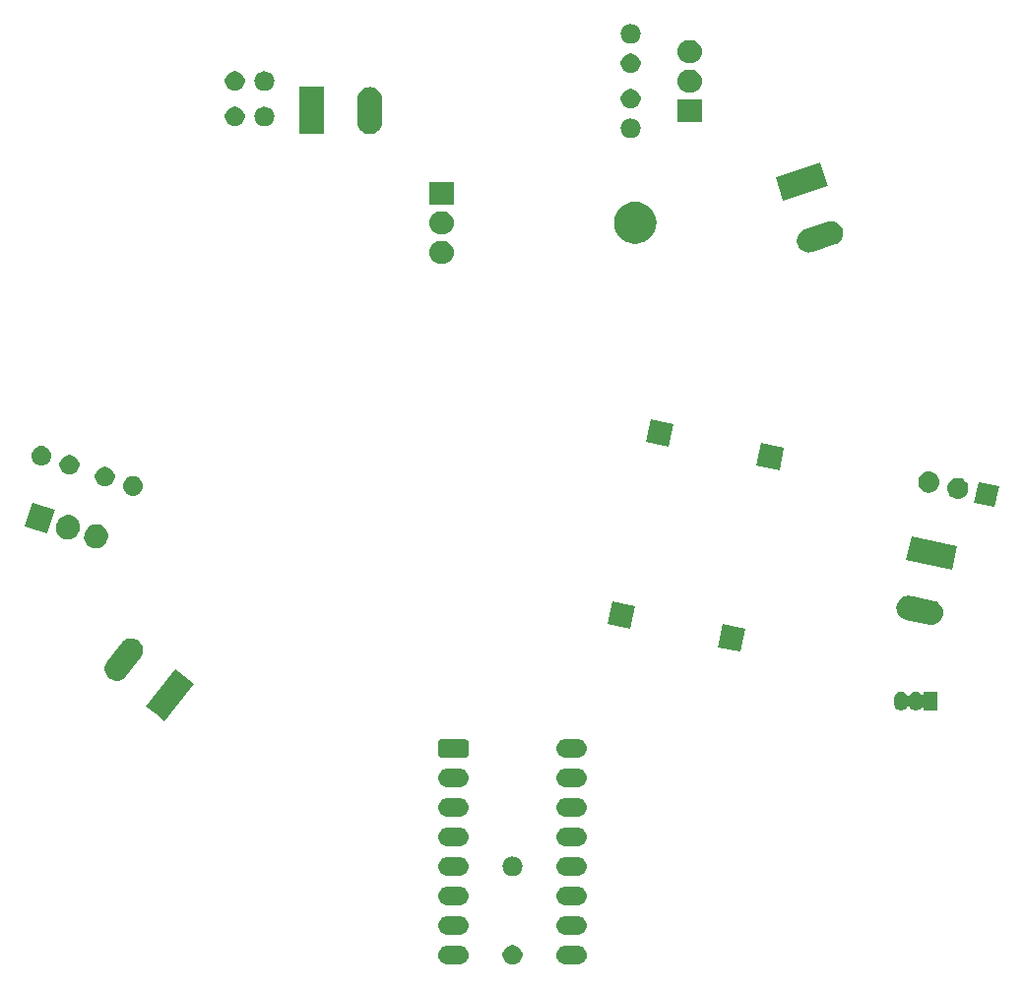
<source format=gbr>
G04 #@! TF.GenerationSoftware,KiCad,Pcbnew,5.1.4-e60b266~84~ubuntu18.04.1*
G04 #@! TF.CreationDate,2020-03-13T15:35:42+01:00*
G04 #@! TF.ProjectId,tree_lights,74726565-5f6c-4696-9768-74732e6b6963,rev?*
G04 #@! TF.SameCoordinates,Original*
G04 #@! TF.FileFunction,Soldermask,Bot*
G04 #@! TF.FilePolarity,Negative*
%FSLAX46Y46*%
G04 Gerber Fmt 4.6, Leading zero omitted, Abs format (unit mm)*
G04 Created by KiCad (PCBNEW 5.1.4-e60b266~84~ubuntu18.04.1) date 2020-03-13 15:35:42*
%MOMM*%
%LPD*%
G04 APERTURE LIST*
%ADD10C,0.100000*%
G04 APERTURE END LIST*
D10*
G36*
X112008228Y-140913703D02*
G01*
X112163100Y-140977853D01*
X112302481Y-141070985D01*
X112421015Y-141189519D01*
X112514147Y-141328900D01*
X112578297Y-141483772D01*
X112611000Y-141648184D01*
X112611000Y-141815816D01*
X112578297Y-141980228D01*
X112514147Y-142135100D01*
X112421015Y-142274481D01*
X112302481Y-142393015D01*
X112163100Y-142486147D01*
X112008228Y-142550297D01*
X111843816Y-142583000D01*
X111676184Y-142583000D01*
X111511772Y-142550297D01*
X111356900Y-142486147D01*
X111217519Y-142393015D01*
X111098985Y-142274481D01*
X111005853Y-142135100D01*
X110941703Y-141980228D01*
X110909000Y-141815816D01*
X110909000Y-141648184D01*
X110941703Y-141483772D01*
X111005853Y-141328900D01*
X111098985Y-141189519D01*
X111217519Y-141070985D01*
X111356900Y-140977853D01*
X111511772Y-140913703D01*
X111676184Y-140881000D01*
X111843816Y-140881000D01*
X112008228Y-140913703D01*
X112008228Y-140913703D01*
G37*
G36*
X117419747Y-140922921D02*
G01*
X117499376Y-140930764D01*
X117652627Y-140977252D01*
X117652630Y-140977253D01*
X117793863Y-141052744D01*
X117917659Y-141154341D01*
X118019256Y-141278137D01*
X118094747Y-141419370D01*
X118094748Y-141419373D01*
X118141236Y-141572624D01*
X118156933Y-141732000D01*
X118141236Y-141891376D01*
X118114283Y-141980228D01*
X118094747Y-142044630D01*
X118019256Y-142185863D01*
X117917659Y-142309659D01*
X117793863Y-142411256D01*
X117652630Y-142486747D01*
X117652627Y-142486748D01*
X117499376Y-142533236D01*
X117419747Y-142541079D01*
X117379934Y-142545000D01*
X116300066Y-142545000D01*
X116260253Y-142541079D01*
X116180624Y-142533236D01*
X116027373Y-142486748D01*
X116027370Y-142486747D01*
X115886137Y-142411256D01*
X115762341Y-142309659D01*
X115660744Y-142185863D01*
X115585253Y-142044630D01*
X115565717Y-141980228D01*
X115538764Y-141891376D01*
X115523067Y-141732000D01*
X115538764Y-141572624D01*
X115585252Y-141419373D01*
X115585253Y-141419370D01*
X115660744Y-141278137D01*
X115762341Y-141154341D01*
X115886137Y-141052744D01*
X116027370Y-140977253D01*
X116027373Y-140977252D01*
X116180624Y-140930764D01*
X116260253Y-140922921D01*
X116300066Y-140919000D01*
X117379934Y-140919000D01*
X117419747Y-140922921D01*
X117419747Y-140922921D01*
G37*
G36*
X107259747Y-140922921D02*
G01*
X107339376Y-140930764D01*
X107492627Y-140977252D01*
X107492630Y-140977253D01*
X107633863Y-141052744D01*
X107757659Y-141154341D01*
X107859256Y-141278137D01*
X107934747Y-141419370D01*
X107934748Y-141419373D01*
X107981236Y-141572624D01*
X107996933Y-141732000D01*
X107981236Y-141891376D01*
X107954283Y-141980228D01*
X107934747Y-142044630D01*
X107859256Y-142185863D01*
X107757659Y-142309659D01*
X107633863Y-142411256D01*
X107492630Y-142486747D01*
X107492627Y-142486748D01*
X107339376Y-142533236D01*
X107259747Y-142541079D01*
X107219934Y-142545000D01*
X106140066Y-142545000D01*
X106100253Y-142541079D01*
X106020624Y-142533236D01*
X105867373Y-142486748D01*
X105867370Y-142486747D01*
X105726137Y-142411256D01*
X105602341Y-142309659D01*
X105500744Y-142185863D01*
X105425253Y-142044630D01*
X105405717Y-141980228D01*
X105378764Y-141891376D01*
X105363067Y-141732000D01*
X105378764Y-141572624D01*
X105425252Y-141419373D01*
X105425253Y-141419370D01*
X105500744Y-141278137D01*
X105602341Y-141154341D01*
X105726137Y-141052744D01*
X105867370Y-140977253D01*
X105867373Y-140977252D01*
X106020624Y-140930764D01*
X106100253Y-140922921D01*
X106140066Y-140919000D01*
X107219934Y-140919000D01*
X107259747Y-140922921D01*
X107259747Y-140922921D01*
G37*
G36*
X117419747Y-138382921D02*
G01*
X117499376Y-138390764D01*
X117652627Y-138437252D01*
X117652630Y-138437253D01*
X117793863Y-138512744D01*
X117917659Y-138614341D01*
X118019256Y-138738137D01*
X118094747Y-138879370D01*
X118094748Y-138879373D01*
X118141236Y-139032624D01*
X118156933Y-139192000D01*
X118141236Y-139351376D01*
X118094748Y-139504627D01*
X118094747Y-139504630D01*
X118019256Y-139645863D01*
X117917659Y-139769659D01*
X117793863Y-139871256D01*
X117652630Y-139946747D01*
X117652627Y-139946748D01*
X117499376Y-139993236D01*
X117419747Y-140001079D01*
X117379934Y-140005000D01*
X116300066Y-140005000D01*
X116260253Y-140001079D01*
X116180624Y-139993236D01*
X116027373Y-139946748D01*
X116027370Y-139946747D01*
X115886137Y-139871256D01*
X115762341Y-139769659D01*
X115660744Y-139645863D01*
X115585253Y-139504630D01*
X115585252Y-139504627D01*
X115538764Y-139351376D01*
X115523067Y-139192000D01*
X115538764Y-139032624D01*
X115585252Y-138879373D01*
X115585253Y-138879370D01*
X115660744Y-138738137D01*
X115762341Y-138614341D01*
X115886137Y-138512744D01*
X116027370Y-138437253D01*
X116027373Y-138437252D01*
X116180624Y-138390764D01*
X116260253Y-138382921D01*
X116300066Y-138379000D01*
X117379934Y-138379000D01*
X117419747Y-138382921D01*
X117419747Y-138382921D01*
G37*
G36*
X107259747Y-138382921D02*
G01*
X107339376Y-138390764D01*
X107492627Y-138437252D01*
X107492630Y-138437253D01*
X107633863Y-138512744D01*
X107757659Y-138614341D01*
X107859256Y-138738137D01*
X107934747Y-138879370D01*
X107934748Y-138879373D01*
X107981236Y-139032624D01*
X107996933Y-139192000D01*
X107981236Y-139351376D01*
X107934748Y-139504627D01*
X107934747Y-139504630D01*
X107859256Y-139645863D01*
X107757659Y-139769659D01*
X107633863Y-139871256D01*
X107492630Y-139946747D01*
X107492627Y-139946748D01*
X107339376Y-139993236D01*
X107259747Y-140001079D01*
X107219934Y-140005000D01*
X106140066Y-140005000D01*
X106100253Y-140001079D01*
X106020624Y-139993236D01*
X105867373Y-139946748D01*
X105867370Y-139946747D01*
X105726137Y-139871256D01*
X105602341Y-139769659D01*
X105500744Y-139645863D01*
X105425253Y-139504630D01*
X105425252Y-139504627D01*
X105378764Y-139351376D01*
X105363067Y-139192000D01*
X105378764Y-139032624D01*
X105425252Y-138879373D01*
X105425253Y-138879370D01*
X105500744Y-138738137D01*
X105602341Y-138614341D01*
X105726137Y-138512744D01*
X105867370Y-138437253D01*
X105867373Y-138437252D01*
X106020624Y-138390764D01*
X106100253Y-138382921D01*
X106140066Y-138379000D01*
X107219934Y-138379000D01*
X107259747Y-138382921D01*
X107259747Y-138382921D01*
G37*
G36*
X117419747Y-135842921D02*
G01*
X117499376Y-135850764D01*
X117652627Y-135897252D01*
X117652630Y-135897253D01*
X117793863Y-135972744D01*
X117917659Y-136074341D01*
X118019256Y-136198137D01*
X118094747Y-136339370D01*
X118094748Y-136339373D01*
X118141236Y-136492624D01*
X118156933Y-136652000D01*
X118141236Y-136811376D01*
X118094748Y-136964627D01*
X118094747Y-136964630D01*
X118019256Y-137105863D01*
X117917659Y-137229659D01*
X117793863Y-137331256D01*
X117652630Y-137406747D01*
X117652627Y-137406748D01*
X117499376Y-137453236D01*
X117419747Y-137461079D01*
X117379934Y-137465000D01*
X116300066Y-137465000D01*
X116260253Y-137461079D01*
X116180624Y-137453236D01*
X116027373Y-137406748D01*
X116027370Y-137406747D01*
X115886137Y-137331256D01*
X115762341Y-137229659D01*
X115660744Y-137105863D01*
X115585253Y-136964630D01*
X115585252Y-136964627D01*
X115538764Y-136811376D01*
X115523067Y-136652000D01*
X115538764Y-136492624D01*
X115585252Y-136339373D01*
X115585253Y-136339370D01*
X115660744Y-136198137D01*
X115762341Y-136074341D01*
X115886137Y-135972744D01*
X116027370Y-135897253D01*
X116027373Y-135897252D01*
X116180624Y-135850764D01*
X116260253Y-135842921D01*
X116300066Y-135839000D01*
X117379934Y-135839000D01*
X117419747Y-135842921D01*
X117419747Y-135842921D01*
G37*
G36*
X107259747Y-135842921D02*
G01*
X107339376Y-135850764D01*
X107492627Y-135897252D01*
X107492630Y-135897253D01*
X107633863Y-135972744D01*
X107757659Y-136074341D01*
X107859256Y-136198137D01*
X107934747Y-136339370D01*
X107934748Y-136339373D01*
X107981236Y-136492624D01*
X107996933Y-136652000D01*
X107981236Y-136811376D01*
X107934748Y-136964627D01*
X107934747Y-136964630D01*
X107859256Y-137105863D01*
X107757659Y-137229659D01*
X107633863Y-137331256D01*
X107492630Y-137406747D01*
X107492627Y-137406748D01*
X107339376Y-137453236D01*
X107259747Y-137461079D01*
X107219934Y-137465000D01*
X106140066Y-137465000D01*
X106100253Y-137461079D01*
X106020624Y-137453236D01*
X105867373Y-137406748D01*
X105867370Y-137406747D01*
X105726137Y-137331256D01*
X105602341Y-137229659D01*
X105500744Y-137105863D01*
X105425253Y-136964630D01*
X105425252Y-136964627D01*
X105378764Y-136811376D01*
X105363067Y-136652000D01*
X105378764Y-136492624D01*
X105425252Y-136339373D01*
X105425253Y-136339370D01*
X105500744Y-136198137D01*
X105602341Y-136074341D01*
X105726137Y-135972744D01*
X105867370Y-135897253D01*
X105867373Y-135897252D01*
X106020624Y-135850764D01*
X106100253Y-135842921D01*
X106140066Y-135839000D01*
X107219934Y-135839000D01*
X107259747Y-135842921D01*
X107259747Y-135842921D01*
G37*
G36*
X111926823Y-133273313D02*
G01*
X112087242Y-133321976D01*
X112219906Y-133392886D01*
X112235078Y-133400996D01*
X112364659Y-133507341D01*
X112471004Y-133636922D01*
X112471005Y-133636924D01*
X112550024Y-133784758D01*
X112598687Y-133945177D01*
X112615117Y-134112000D01*
X112598687Y-134278823D01*
X112550024Y-134439242D01*
X112482344Y-134565863D01*
X112471004Y-134587078D01*
X112364659Y-134716659D01*
X112235078Y-134823004D01*
X112235076Y-134823005D01*
X112087242Y-134902024D01*
X111926823Y-134950687D01*
X111801804Y-134963000D01*
X111718196Y-134963000D01*
X111593177Y-134950687D01*
X111432758Y-134902024D01*
X111284924Y-134823005D01*
X111284922Y-134823004D01*
X111155341Y-134716659D01*
X111048996Y-134587078D01*
X111037656Y-134565863D01*
X110969976Y-134439242D01*
X110921313Y-134278823D01*
X110904883Y-134112000D01*
X110921313Y-133945177D01*
X110969976Y-133784758D01*
X111048995Y-133636924D01*
X111048996Y-133636922D01*
X111155341Y-133507341D01*
X111284922Y-133400996D01*
X111300094Y-133392886D01*
X111432758Y-133321976D01*
X111593177Y-133273313D01*
X111718196Y-133261000D01*
X111801804Y-133261000D01*
X111926823Y-133273313D01*
X111926823Y-133273313D01*
G37*
G36*
X117419747Y-133302921D02*
G01*
X117499376Y-133310764D01*
X117652627Y-133357252D01*
X117652630Y-133357253D01*
X117793863Y-133432744D01*
X117917659Y-133534341D01*
X118019256Y-133658137D01*
X118094747Y-133799370D01*
X118094748Y-133799373D01*
X118141236Y-133952624D01*
X118156933Y-134112000D01*
X118141236Y-134271376D01*
X118138976Y-134278825D01*
X118094747Y-134424630D01*
X118019256Y-134565863D01*
X117917659Y-134689659D01*
X117793863Y-134791256D01*
X117652630Y-134866747D01*
X117652627Y-134866748D01*
X117499376Y-134913236D01*
X117419747Y-134921079D01*
X117379934Y-134925000D01*
X116300066Y-134925000D01*
X116260253Y-134921079D01*
X116180624Y-134913236D01*
X116027373Y-134866748D01*
X116027370Y-134866747D01*
X115886137Y-134791256D01*
X115762341Y-134689659D01*
X115660744Y-134565863D01*
X115585253Y-134424630D01*
X115541024Y-134278825D01*
X115538764Y-134271376D01*
X115523067Y-134112000D01*
X115538764Y-133952624D01*
X115585252Y-133799373D01*
X115585253Y-133799370D01*
X115660744Y-133658137D01*
X115762341Y-133534341D01*
X115886137Y-133432744D01*
X116027370Y-133357253D01*
X116027373Y-133357252D01*
X116180624Y-133310764D01*
X116260253Y-133302921D01*
X116300066Y-133299000D01*
X117379934Y-133299000D01*
X117419747Y-133302921D01*
X117419747Y-133302921D01*
G37*
G36*
X107259747Y-133302921D02*
G01*
X107339376Y-133310764D01*
X107492627Y-133357252D01*
X107492630Y-133357253D01*
X107633863Y-133432744D01*
X107757659Y-133534341D01*
X107859256Y-133658137D01*
X107934747Y-133799370D01*
X107934748Y-133799373D01*
X107981236Y-133952624D01*
X107996933Y-134112000D01*
X107981236Y-134271376D01*
X107978976Y-134278825D01*
X107934747Y-134424630D01*
X107859256Y-134565863D01*
X107757659Y-134689659D01*
X107633863Y-134791256D01*
X107492630Y-134866747D01*
X107492627Y-134866748D01*
X107339376Y-134913236D01*
X107259747Y-134921079D01*
X107219934Y-134925000D01*
X106140066Y-134925000D01*
X106100253Y-134921079D01*
X106020624Y-134913236D01*
X105867373Y-134866748D01*
X105867370Y-134866747D01*
X105726137Y-134791256D01*
X105602341Y-134689659D01*
X105500744Y-134565863D01*
X105425253Y-134424630D01*
X105381024Y-134278825D01*
X105378764Y-134271376D01*
X105363067Y-134112000D01*
X105378764Y-133952624D01*
X105425252Y-133799373D01*
X105425253Y-133799370D01*
X105500744Y-133658137D01*
X105602341Y-133534341D01*
X105726137Y-133432744D01*
X105867370Y-133357253D01*
X105867373Y-133357252D01*
X106020624Y-133310764D01*
X106100253Y-133302921D01*
X106140066Y-133299000D01*
X107219934Y-133299000D01*
X107259747Y-133302921D01*
X107259747Y-133302921D01*
G37*
G36*
X117419747Y-130762921D02*
G01*
X117499376Y-130770764D01*
X117652627Y-130817252D01*
X117652630Y-130817253D01*
X117793863Y-130892744D01*
X117917659Y-130994341D01*
X118019256Y-131118137D01*
X118094747Y-131259370D01*
X118094748Y-131259373D01*
X118141236Y-131412624D01*
X118156933Y-131572000D01*
X118141236Y-131731376D01*
X118094748Y-131884627D01*
X118094747Y-131884630D01*
X118019256Y-132025863D01*
X117917659Y-132149659D01*
X117793863Y-132251256D01*
X117652630Y-132326747D01*
X117652627Y-132326748D01*
X117499376Y-132373236D01*
X117419747Y-132381079D01*
X117379934Y-132385000D01*
X116300066Y-132385000D01*
X116260253Y-132381079D01*
X116180624Y-132373236D01*
X116027373Y-132326748D01*
X116027370Y-132326747D01*
X115886137Y-132251256D01*
X115762341Y-132149659D01*
X115660744Y-132025863D01*
X115585253Y-131884630D01*
X115585252Y-131884627D01*
X115538764Y-131731376D01*
X115523067Y-131572000D01*
X115538764Y-131412624D01*
X115585252Y-131259373D01*
X115585253Y-131259370D01*
X115660744Y-131118137D01*
X115762341Y-130994341D01*
X115886137Y-130892744D01*
X116027370Y-130817253D01*
X116027373Y-130817252D01*
X116180624Y-130770764D01*
X116260253Y-130762921D01*
X116300066Y-130759000D01*
X117379934Y-130759000D01*
X117419747Y-130762921D01*
X117419747Y-130762921D01*
G37*
G36*
X107259747Y-130762921D02*
G01*
X107339376Y-130770764D01*
X107492627Y-130817252D01*
X107492630Y-130817253D01*
X107633863Y-130892744D01*
X107757659Y-130994341D01*
X107859256Y-131118137D01*
X107934747Y-131259370D01*
X107934748Y-131259373D01*
X107981236Y-131412624D01*
X107996933Y-131572000D01*
X107981236Y-131731376D01*
X107934748Y-131884627D01*
X107934747Y-131884630D01*
X107859256Y-132025863D01*
X107757659Y-132149659D01*
X107633863Y-132251256D01*
X107492630Y-132326747D01*
X107492627Y-132326748D01*
X107339376Y-132373236D01*
X107259747Y-132381079D01*
X107219934Y-132385000D01*
X106140066Y-132385000D01*
X106100253Y-132381079D01*
X106020624Y-132373236D01*
X105867373Y-132326748D01*
X105867370Y-132326747D01*
X105726137Y-132251256D01*
X105602341Y-132149659D01*
X105500744Y-132025863D01*
X105425253Y-131884630D01*
X105425252Y-131884627D01*
X105378764Y-131731376D01*
X105363067Y-131572000D01*
X105378764Y-131412624D01*
X105425252Y-131259373D01*
X105425253Y-131259370D01*
X105500744Y-131118137D01*
X105602341Y-130994341D01*
X105726137Y-130892744D01*
X105867370Y-130817253D01*
X105867373Y-130817252D01*
X106020624Y-130770764D01*
X106100253Y-130762921D01*
X106140066Y-130759000D01*
X107219934Y-130759000D01*
X107259747Y-130762921D01*
X107259747Y-130762921D01*
G37*
G36*
X107259747Y-128222921D02*
G01*
X107339376Y-128230764D01*
X107492627Y-128277252D01*
X107492630Y-128277253D01*
X107633863Y-128352744D01*
X107757659Y-128454341D01*
X107859256Y-128578137D01*
X107934747Y-128719370D01*
X107934748Y-128719373D01*
X107981236Y-128872624D01*
X107996933Y-129032000D01*
X107981236Y-129191376D01*
X107934748Y-129344627D01*
X107934747Y-129344630D01*
X107859256Y-129485863D01*
X107757659Y-129609659D01*
X107633863Y-129711256D01*
X107492630Y-129786747D01*
X107492627Y-129786748D01*
X107339376Y-129833236D01*
X107259747Y-129841079D01*
X107219934Y-129845000D01*
X106140066Y-129845000D01*
X106100253Y-129841079D01*
X106020624Y-129833236D01*
X105867373Y-129786748D01*
X105867370Y-129786747D01*
X105726137Y-129711256D01*
X105602341Y-129609659D01*
X105500744Y-129485863D01*
X105425253Y-129344630D01*
X105425252Y-129344627D01*
X105378764Y-129191376D01*
X105363067Y-129032000D01*
X105378764Y-128872624D01*
X105425252Y-128719373D01*
X105425253Y-128719370D01*
X105500744Y-128578137D01*
X105602341Y-128454341D01*
X105726137Y-128352744D01*
X105867370Y-128277253D01*
X105867373Y-128277252D01*
X106020624Y-128230764D01*
X106100253Y-128222921D01*
X106140066Y-128219000D01*
X107219934Y-128219000D01*
X107259747Y-128222921D01*
X107259747Y-128222921D01*
G37*
G36*
X117419747Y-128222921D02*
G01*
X117499376Y-128230764D01*
X117652627Y-128277252D01*
X117652630Y-128277253D01*
X117793863Y-128352744D01*
X117917659Y-128454341D01*
X118019256Y-128578137D01*
X118094747Y-128719370D01*
X118094748Y-128719373D01*
X118141236Y-128872624D01*
X118156933Y-129032000D01*
X118141236Y-129191376D01*
X118094748Y-129344627D01*
X118094747Y-129344630D01*
X118019256Y-129485863D01*
X117917659Y-129609659D01*
X117793863Y-129711256D01*
X117652630Y-129786747D01*
X117652627Y-129786748D01*
X117499376Y-129833236D01*
X117419747Y-129841079D01*
X117379934Y-129845000D01*
X116300066Y-129845000D01*
X116260253Y-129841079D01*
X116180624Y-129833236D01*
X116027373Y-129786748D01*
X116027370Y-129786747D01*
X115886137Y-129711256D01*
X115762341Y-129609659D01*
X115660744Y-129485863D01*
X115585253Y-129344630D01*
X115585252Y-129344627D01*
X115538764Y-129191376D01*
X115523067Y-129032000D01*
X115538764Y-128872624D01*
X115585252Y-128719373D01*
X115585253Y-128719370D01*
X115660744Y-128578137D01*
X115762341Y-128454341D01*
X115886137Y-128352744D01*
X116027370Y-128277253D01*
X116027373Y-128277252D01*
X116180624Y-128230764D01*
X116260253Y-128222921D01*
X116300066Y-128219000D01*
X117379934Y-128219000D01*
X117419747Y-128222921D01*
X117419747Y-128222921D01*
G37*
G36*
X107259747Y-125682921D02*
G01*
X107339376Y-125690764D01*
X107492627Y-125737252D01*
X107492630Y-125737253D01*
X107633863Y-125812744D01*
X107757659Y-125914341D01*
X107859256Y-126038137D01*
X107934747Y-126179370D01*
X107934748Y-126179373D01*
X107981236Y-126332624D01*
X107996933Y-126492000D01*
X107981236Y-126651376D01*
X107934748Y-126804627D01*
X107934747Y-126804630D01*
X107859256Y-126945863D01*
X107757659Y-127069659D01*
X107633863Y-127171256D01*
X107492630Y-127246747D01*
X107492627Y-127246748D01*
X107339376Y-127293236D01*
X107259747Y-127301079D01*
X107219934Y-127305000D01*
X106140066Y-127305000D01*
X106100253Y-127301079D01*
X106020624Y-127293236D01*
X105867373Y-127246748D01*
X105867370Y-127246747D01*
X105726137Y-127171256D01*
X105602341Y-127069659D01*
X105500744Y-126945863D01*
X105425253Y-126804630D01*
X105425252Y-126804627D01*
X105378764Y-126651376D01*
X105363067Y-126492000D01*
X105378764Y-126332624D01*
X105425252Y-126179373D01*
X105425253Y-126179370D01*
X105500744Y-126038137D01*
X105602341Y-125914341D01*
X105726137Y-125812744D01*
X105867370Y-125737253D01*
X105867373Y-125737252D01*
X106020624Y-125690764D01*
X106100253Y-125682921D01*
X106140066Y-125679000D01*
X107219934Y-125679000D01*
X107259747Y-125682921D01*
X107259747Y-125682921D01*
G37*
G36*
X117419747Y-125682921D02*
G01*
X117499376Y-125690764D01*
X117652627Y-125737252D01*
X117652630Y-125737253D01*
X117793863Y-125812744D01*
X117917659Y-125914341D01*
X118019256Y-126038137D01*
X118094747Y-126179370D01*
X118094748Y-126179373D01*
X118141236Y-126332624D01*
X118156933Y-126492000D01*
X118141236Y-126651376D01*
X118094748Y-126804627D01*
X118094747Y-126804630D01*
X118019256Y-126945863D01*
X117917659Y-127069659D01*
X117793863Y-127171256D01*
X117652630Y-127246747D01*
X117652627Y-127246748D01*
X117499376Y-127293236D01*
X117419747Y-127301079D01*
X117379934Y-127305000D01*
X116300066Y-127305000D01*
X116260253Y-127301079D01*
X116180624Y-127293236D01*
X116027373Y-127246748D01*
X116027370Y-127246747D01*
X115886137Y-127171256D01*
X115762341Y-127069659D01*
X115660744Y-126945863D01*
X115585253Y-126804630D01*
X115585252Y-126804627D01*
X115538764Y-126651376D01*
X115523067Y-126492000D01*
X115538764Y-126332624D01*
X115585252Y-126179373D01*
X115585253Y-126179370D01*
X115660744Y-126038137D01*
X115762341Y-125914341D01*
X115886137Y-125812744D01*
X116027370Y-125737253D01*
X116027373Y-125737252D01*
X116180624Y-125690764D01*
X116260253Y-125682921D01*
X116300066Y-125679000D01*
X117379934Y-125679000D01*
X117419747Y-125682921D01*
X117419747Y-125682921D01*
G37*
G36*
X117419747Y-123142921D02*
G01*
X117499376Y-123150764D01*
X117652627Y-123197252D01*
X117652630Y-123197253D01*
X117793863Y-123272744D01*
X117917659Y-123374341D01*
X118019256Y-123498137D01*
X118094747Y-123639370D01*
X118094748Y-123639373D01*
X118141236Y-123792624D01*
X118156933Y-123952000D01*
X118141236Y-124111376D01*
X118094748Y-124264627D01*
X118094747Y-124264630D01*
X118019256Y-124405863D01*
X117917659Y-124529659D01*
X117793863Y-124631256D01*
X117652630Y-124706747D01*
X117652627Y-124706748D01*
X117499376Y-124753236D01*
X117419747Y-124761079D01*
X117379934Y-124765000D01*
X116300066Y-124765000D01*
X116260253Y-124761079D01*
X116180624Y-124753236D01*
X116027373Y-124706748D01*
X116027370Y-124706747D01*
X115886137Y-124631256D01*
X115762341Y-124529659D01*
X115660744Y-124405863D01*
X115585253Y-124264630D01*
X115585252Y-124264627D01*
X115538764Y-124111376D01*
X115523067Y-123952000D01*
X115538764Y-123792624D01*
X115585252Y-123639373D01*
X115585253Y-123639370D01*
X115660744Y-123498137D01*
X115762341Y-123374341D01*
X115886137Y-123272744D01*
X116027370Y-123197253D01*
X116027373Y-123197252D01*
X116180624Y-123150764D01*
X116260253Y-123142921D01*
X116300066Y-123139000D01*
X117379934Y-123139000D01*
X117419747Y-123142921D01*
X117419747Y-123142921D01*
G37*
G36*
X107715993Y-123146203D02*
G01*
X107780411Y-123165744D01*
X107839781Y-123197478D01*
X107891817Y-123240183D01*
X107934522Y-123292219D01*
X107966256Y-123351589D01*
X107985797Y-123416007D01*
X107993000Y-123489140D01*
X107993000Y-124414860D01*
X107985797Y-124487993D01*
X107966256Y-124552411D01*
X107934522Y-124611781D01*
X107891817Y-124663817D01*
X107839781Y-124706522D01*
X107780411Y-124738256D01*
X107715993Y-124757797D01*
X107642860Y-124765000D01*
X105717140Y-124765000D01*
X105644007Y-124757797D01*
X105579589Y-124738256D01*
X105520219Y-124706522D01*
X105468183Y-124663817D01*
X105425478Y-124611781D01*
X105393744Y-124552411D01*
X105374203Y-124487993D01*
X105367000Y-124414860D01*
X105367000Y-123489140D01*
X105374203Y-123416007D01*
X105393744Y-123351589D01*
X105425478Y-123292219D01*
X105468183Y-123240183D01*
X105520219Y-123197478D01*
X105579589Y-123165744D01*
X105644007Y-123146203D01*
X105717140Y-123139000D01*
X107642860Y-123139000D01*
X107715993Y-123146203D01*
X107715993Y-123146203D01*
G37*
G36*
X83072645Y-117409406D02*
G01*
X84366728Y-118420454D01*
X81865911Y-121621353D01*
X81865910Y-121621353D01*
X81045591Y-120980449D01*
X80225272Y-120339546D01*
X82726089Y-117138647D01*
X82726090Y-117138647D01*
X83072645Y-117409406D01*
X83072645Y-117409406D01*
G37*
G36*
X146543916Y-119095334D02*
G01*
X146652492Y-119128271D01*
X146652495Y-119128272D01*
X146688601Y-119147571D01*
X146752557Y-119181756D01*
X146840264Y-119253736D01*
X146903383Y-119330646D01*
X146920702Y-119347965D01*
X146941077Y-119361579D01*
X146963716Y-119370957D01*
X146987749Y-119375737D01*
X147012253Y-119375737D01*
X147036286Y-119370957D01*
X147058925Y-119361579D01*
X147079299Y-119347966D01*
X147096626Y-119330639D01*
X147110240Y-119310264D01*
X147119618Y-119287625D01*
X147124398Y-119263592D01*
X147125000Y-119251340D01*
X147125000Y-119087000D01*
X148277000Y-119087000D01*
X148277000Y-120689000D01*
X147125000Y-120689000D01*
X147125000Y-120524660D01*
X147122598Y-120500274D01*
X147115485Y-120476825D01*
X147103934Y-120455214D01*
X147088389Y-120436272D01*
X147069447Y-120420727D01*
X147047836Y-120409176D01*
X147024387Y-120402063D01*
X147000001Y-120399661D01*
X146975615Y-120402063D01*
X146952166Y-120409176D01*
X146930555Y-120420727D01*
X146903381Y-120445356D01*
X146840264Y-120522264D01*
X146752556Y-120594244D01*
X146688600Y-120628429D01*
X146652494Y-120647728D01*
X146652491Y-120647729D01*
X146543915Y-120680666D01*
X146431000Y-120691787D01*
X146318084Y-120680666D01*
X146209508Y-120647729D01*
X146209505Y-120647728D01*
X146173399Y-120628429D01*
X146109443Y-120594244D01*
X146021736Y-120522264D01*
X145949756Y-120434556D01*
X145906239Y-120353140D01*
X145892625Y-120332766D01*
X145875298Y-120315439D01*
X145854924Y-120301825D01*
X145832285Y-120292448D01*
X145808251Y-120287668D01*
X145783747Y-120287668D01*
X145759714Y-120292449D01*
X145737075Y-120301826D01*
X145716701Y-120315440D01*
X145699374Y-120332767D01*
X145685762Y-120353140D01*
X145642244Y-120434557D01*
X145570264Y-120522264D01*
X145482556Y-120594244D01*
X145418600Y-120628429D01*
X145382494Y-120647728D01*
X145382491Y-120647729D01*
X145273915Y-120680666D01*
X145161000Y-120691787D01*
X145048084Y-120680666D01*
X144939508Y-120647729D01*
X144939505Y-120647728D01*
X144903399Y-120628429D01*
X144839443Y-120594244D01*
X144751736Y-120522264D01*
X144679756Y-120434556D01*
X144636239Y-120353140D01*
X144626272Y-120334494D01*
X144620492Y-120315440D01*
X144593334Y-120225915D01*
X144585000Y-120141297D01*
X144585000Y-119634702D01*
X144593334Y-119550084D01*
X144626271Y-119441508D01*
X144626272Y-119441505D01*
X144679756Y-119341445D01*
X144679757Y-119341443D01*
X144751737Y-119253736D01*
X144839444Y-119181756D01*
X144903400Y-119147571D01*
X144939506Y-119128272D01*
X144939509Y-119128271D01*
X145048085Y-119095334D01*
X145161000Y-119084213D01*
X145273916Y-119095334D01*
X145382492Y-119128271D01*
X145382495Y-119128272D01*
X145418601Y-119147571D01*
X145482557Y-119181756D01*
X145570264Y-119253736D01*
X145642244Y-119341443D01*
X145658019Y-119370957D01*
X145685761Y-119422859D01*
X145699375Y-119443234D01*
X145716702Y-119460561D01*
X145737076Y-119474174D01*
X145759715Y-119483552D01*
X145783748Y-119488332D01*
X145808252Y-119488332D01*
X145832285Y-119483552D01*
X145854924Y-119474174D01*
X145875299Y-119460560D01*
X145892626Y-119443233D01*
X145906239Y-119422859D01*
X145949756Y-119341445D01*
X145949757Y-119341443D01*
X146021737Y-119253736D01*
X146109444Y-119181756D01*
X146173400Y-119147571D01*
X146209506Y-119128272D01*
X146209509Y-119128271D01*
X146318085Y-119095334D01*
X146431000Y-119084213D01*
X146543916Y-119095334D01*
X146543916Y-119095334D01*
G37*
G36*
X79134351Y-114494310D02*
G01*
X79244991Y-114513570D01*
X79436270Y-114587474D01*
X79473596Y-114611139D01*
X79609455Y-114697274D01*
X79757891Y-114838752D01*
X79875874Y-115006469D01*
X79958870Y-115193980D01*
X80003690Y-115394084D01*
X80008611Y-115599082D01*
X79998029Y-115659867D01*
X79973443Y-115801103D01*
X79899539Y-115992381D01*
X79817250Y-116122173D01*
X78535280Y-117763020D01*
X78429251Y-117874264D01*
X78261534Y-117992247D01*
X78074023Y-118075243D01*
X77873919Y-118120063D01*
X77668921Y-118124983D01*
X77466901Y-118089816D01*
X77275623Y-118015912D01*
X77182819Y-117957073D01*
X77102437Y-117906111D01*
X76954001Y-117764634D01*
X76836018Y-117596917D01*
X76753022Y-117409406D01*
X76708202Y-117209302D01*
X76703282Y-117004304D01*
X76738449Y-116802285D01*
X76738449Y-116802284D01*
X76812353Y-116611006D01*
X76894642Y-116481214D01*
X78176611Y-114840366D01*
X78282640Y-114729122D01*
X78366499Y-114670131D01*
X78450357Y-114611139D01*
X78637868Y-114528143D01*
X78837972Y-114483323D01*
X79042970Y-114478402D01*
X79134351Y-114494310D01*
X79134351Y-114494310D01*
G37*
G36*
X131802220Y-113701615D02*
G01*
X131385981Y-115659868D01*
X129427728Y-115243629D01*
X129843967Y-113285376D01*
X131802220Y-113701615D01*
X131802220Y-113701615D01*
G37*
G36*
X122314188Y-111684871D02*
G01*
X121897949Y-113643124D01*
X119939696Y-113226885D01*
X120355935Y-111268632D01*
X122314188Y-111684871D01*
X122314188Y-111684871D01*
G37*
G36*
X145859437Y-110829827D02*
G01*
X145986497Y-110844023D01*
X146256133Y-110901336D01*
X148023258Y-111276950D01*
X148128108Y-111310261D01*
X148169725Y-111323483D01*
X148349290Y-111422506D01*
X148393761Y-111459988D01*
X148506085Y-111554657D01*
X148634088Y-111714860D01*
X148728377Y-111896956D01*
X148776370Y-112062962D01*
X148785328Y-112093946D01*
X148799535Y-112260520D01*
X148802754Y-112298264D01*
X148779985Y-112502056D01*
X148717896Y-112697488D01*
X148618873Y-112877053D01*
X148486722Y-113033848D01*
X148326519Y-113161851D01*
X148144423Y-113256140D01*
X147947435Y-113313090D01*
X147794194Y-113326160D01*
X147743115Y-113330517D01*
X147743114Y-113330517D01*
X147717446Y-113327649D01*
X147590386Y-113313453D01*
X147264898Y-113244268D01*
X145553626Y-112880526D01*
X145448776Y-112847215D01*
X145407159Y-112833993D01*
X145227595Y-112734970D01*
X145183123Y-112697488D01*
X145070799Y-112602819D01*
X144942796Y-112442616D01*
X144848507Y-112260520D01*
X144791557Y-112063532D01*
X144774130Y-111859211D01*
X144796899Y-111655420D01*
X144858987Y-111459992D01*
X144858988Y-111459988D01*
X144958011Y-111280424D01*
X144960939Y-111276950D01*
X145090162Y-111123628D01*
X145250365Y-110995625D01*
X145432461Y-110901336D01*
X145629449Y-110844386D01*
X145782689Y-110831316D01*
X145833768Y-110826959D01*
X145833769Y-110826959D01*
X145859437Y-110829827D01*
X145859437Y-110829827D01*
G37*
G36*
X150031054Y-106592016D02*
G01*
X150031054Y-106592017D01*
X149598182Y-108628520D01*
X149598182Y-108628521D01*
X145624946Y-107783984D01*
X146057818Y-105747479D01*
X150031054Y-106592016D01*
X150031054Y-106592016D01*
G37*
G36*
X76080826Y-104663193D02*
G01*
X76084560Y-104663266D01*
X76277637Y-104705627D01*
X76325581Y-104726598D01*
X76458743Y-104784843D01*
X76620915Y-104897869D01*
X76757920Y-105040361D01*
X76864493Y-105206844D01*
X76903954Y-105307663D01*
X76936540Y-105390920D01*
X76971291Y-105585512D01*
X76967411Y-105783145D01*
X76935664Y-105927845D01*
X76920237Y-105975324D01*
X76875843Y-106111956D01*
X76816477Y-106247680D01*
X76703451Y-106409852D01*
X76587078Y-106521743D01*
X76560959Y-106546856D01*
X76394477Y-106653430D01*
X76239760Y-106713985D01*
X76210401Y-106725476D01*
X76015808Y-106760227D01*
X75818175Y-106756347D01*
X75625095Y-106713985D01*
X75443990Y-106634769D01*
X75382649Y-106592017D01*
X75281818Y-106521743D01*
X75144814Y-106379251D01*
X75038240Y-106212769D01*
X74966194Y-106028693D01*
X74931443Y-105834100D01*
X74935323Y-105636467D01*
X74967070Y-105491769D01*
X74967071Y-105491764D01*
X75026888Y-105307663D01*
X75070987Y-105206844D01*
X75086257Y-105171933D01*
X75199283Y-105009761D01*
X75341775Y-104872757D01*
X75508257Y-104766183D01*
X75692332Y-104694136D01*
X75886926Y-104659385D01*
X76080826Y-104663193D01*
X76080826Y-104663193D01*
G37*
G36*
X73665143Y-103878290D02*
G01*
X73668877Y-103878363D01*
X73861954Y-103920724D01*
X73909898Y-103941695D01*
X74043060Y-103999940D01*
X74205232Y-104112966D01*
X74342237Y-104255458D01*
X74448810Y-104421941D01*
X74488271Y-104522760D01*
X74520857Y-104606017D01*
X74555608Y-104800609D01*
X74551728Y-104998242D01*
X74519981Y-105142942D01*
X74510561Y-105171932D01*
X74460160Y-105327053D01*
X74406532Y-105449659D01*
X74400794Y-105462777D01*
X74287768Y-105624949D01*
X74171395Y-105736840D01*
X74145276Y-105761953D01*
X73978794Y-105868527D01*
X73824077Y-105929082D01*
X73794718Y-105940573D01*
X73600125Y-105975324D01*
X73402492Y-105971444D01*
X73209412Y-105929082D01*
X73028307Y-105849866D01*
X72881402Y-105747480D01*
X72866135Y-105736840D01*
X72729131Y-105594348D01*
X72723475Y-105585512D01*
X72622557Y-105427866D01*
X72550511Y-105243790D01*
X72515760Y-105049197D01*
X72519640Y-104851564D01*
X72534279Y-104784843D01*
X72551388Y-104706861D01*
X72611205Y-104522760D01*
X72655304Y-104421941D01*
X72670574Y-104387030D01*
X72783600Y-104224858D01*
X72926092Y-104087854D01*
X73092574Y-103981280D01*
X73276649Y-103909233D01*
X73471243Y-103874482D01*
X73665143Y-103878290D01*
X73665143Y-103878290D01*
G37*
G36*
X72399162Y-103450538D02*
G01*
X71749609Y-105449659D01*
X71749608Y-105449659D01*
X69840838Y-104829462D01*
X69913440Y-104606016D01*
X70490391Y-102830341D01*
X70490392Y-102830341D01*
X72399162Y-103450538D01*
X72399162Y-103450538D01*
G37*
G36*
X153595640Y-101414017D02*
G01*
X153220983Y-103176640D01*
X151458360Y-102801983D01*
X151833017Y-101039360D01*
X153595640Y-101414017D01*
X153595640Y-101414017D01*
G37*
G36*
X150152948Y-100685423D02*
G01*
X150219132Y-100691941D01*
X150388971Y-100743461D01*
X150545496Y-100827126D01*
X150581234Y-100856456D01*
X150682691Y-100939718D01*
X150764464Y-101039360D01*
X150795283Y-101076913D01*
X150878948Y-101233438D01*
X150930468Y-101403277D01*
X150947864Y-101579904D01*
X150930468Y-101756531D01*
X150878948Y-101926370D01*
X150795283Y-102082895D01*
X150765953Y-102118633D01*
X150682691Y-102220090D01*
X150581234Y-102303352D01*
X150545496Y-102332682D01*
X150388971Y-102416347D01*
X150219132Y-102467867D01*
X150152948Y-102474385D01*
X150086765Y-102480904D01*
X149998245Y-102480904D01*
X149932062Y-102474385D01*
X149865878Y-102467867D01*
X149696039Y-102416347D01*
X149539514Y-102332682D01*
X149503776Y-102303352D01*
X149402319Y-102220090D01*
X149319057Y-102118633D01*
X149289727Y-102082895D01*
X149206062Y-101926370D01*
X149154542Y-101756531D01*
X149137146Y-101579904D01*
X149154542Y-101403277D01*
X149206062Y-101233438D01*
X149289727Y-101076913D01*
X149320546Y-101039360D01*
X149402319Y-100939718D01*
X149503776Y-100856456D01*
X149539514Y-100827126D01*
X149696039Y-100743461D01*
X149865878Y-100691941D01*
X149932062Y-100685423D01*
X149998245Y-100678904D01*
X150086765Y-100678904D01*
X150152948Y-100685423D01*
X150152948Y-100685423D01*
G37*
G36*
X79290507Y-100530216D02*
G01*
X79450926Y-100578879D01*
X79583590Y-100649789D01*
X79598762Y-100657899D01*
X79728343Y-100764244D01*
X79834688Y-100893825D01*
X79834689Y-100893827D01*
X79913708Y-101041661D01*
X79962371Y-101202080D01*
X79978801Y-101368903D01*
X79962371Y-101535726D01*
X79913708Y-101696145D01*
X79881432Y-101756529D01*
X79834688Y-101843981D01*
X79728343Y-101973562D01*
X79598762Y-102079907D01*
X79593172Y-102082895D01*
X79450926Y-102158927D01*
X79290507Y-102207590D01*
X79165488Y-102219903D01*
X79081880Y-102219903D01*
X78956861Y-102207590D01*
X78796442Y-102158927D01*
X78654196Y-102082895D01*
X78648606Y-102079907D01*
X78519025Y-101973562D01*
X78412680Y-101843981D01*
X78365936Y-101756529D01*
X78333660Y-101696145D01*
X78284997Y-101535726D01*
X78268567Y-101368903D01*
X78284997Y-101202080D01*
X78333660Y-101041661D01*
X78412679Y-100893827D01*
X78412680Y-100893825D01*
X78519025Y-100764244D01*
X78648606Y-100657899D01*
X78663778Y-100649789D01*
X78796442Y-100578879D01*
X78956861Y-100530216D01*
X79081880Y-100517903D01*
X79165488Y-100517903D01*
X79290507Y-100530216D01*
X79290507Y-100530216D01*
G37*
G36*
X147668453Y-100157328D02*
G01*
X147734637Y-100163846D01*
X147904476Y-100215366D01*
X148061001Y-100299031D01*
X148089168Y-100322147D01*
X148198196Y-100411623D01*
X148270875Y-100500184D01*
X148310788Y-100548818D01*
X148394453Y-100705343D01*
X148445973Y-100875182D01*
X148463369Y-101051809D01*
X148445973Y-101228436D01*
X148394453Y-101398275D01*
X148310788Y-101554800D01*
X148281458Y-101590538D01*
X148198196Y-101691995D01*
X148119557Y-101756531D01*
X148061001Y-101804587D01*
X147904476Y-101888252D01*
X147734637Y-101939772D01*
X147668453Y-101946290D01*
X147602270Y-101952809D01*
X147513750Y-101952809D01*
X147447567Y-101946290D01*
X147381383Y-101939772D01*
X147211544Y-101888252D01*
X147055019Y-101804587D01*
X146996463Y-101756531D01*
X146917824Y-101691995D01*
X146834562Y-101590538D01*
X146805232Y-101554800D01*
X146721567Y-101398275D01*
X146670047Y-101228436D01*
X146652651Y-101051809D01*
X146670047Y-100875182D01*
X146721567Y-100705343D01*
X146805232Y-100548818D01*
X146845145Y-100500184D01*
X146917824Y-100411623D01*
X147026852Y-100322147D01*
X147055019Y-100299031D01*
X147211544Y-100215366D01*
X147381383Y-100163846D01*
X147447567Y-100157328D01*
X147513750Y-100150809D01*
X147602270Y-100150809D01*
X147668453Y-100157328D01*
X147668453Y-100157328D01*
G37*
G36*
X76956228Y-99765703D02*
G01*
X77111100Y-99829853D01*
X77250481Y-99922985D01*
X77369015Y-100041519D01*
X77462147Y-100180900D01*
X77526297Y-100335772D01*
X77559000Y-100500184D01*
X77559000Y-100667816D01*
X77526297Y-100832228D01*
X77462147Y-100987100D01*
X77369015Y-101126481D01*
X77250481Y-101245015D01*
X77111100Y-101338147D01*
X76956228Y-101402297D01*
X76791816Y-101435000D01*
X76624184Y-101435000D01*
X76459772Y-101402297D01*
X76304900Y-101338147D01*
X76165519Y-101245015D01*
X76046985Y-101126481D01*
X75953853Y-100987100D01*
X75889703Y-100832228D01*
X75857000Y-100667816D01*
X75857000Y-100500184D01*
X75889703Y-100335772D01*
X75953853Y-100180900D01*
X76046985Y-100041519D01*
X76165519Y-99922985D01*
X76304900Y-99829853D01*
X76459772Y-99765703D01*
X76624184Y-99733000D01*
X76791816Y-99733000D01*
X76956228Y-99765703D01*
X76956228Y-99765703D01*
G37*
G36*
X73908228Y-98749703D02*
G01*
X74063100Y-98813853D01*
X74202481Y-98906985D01*
X74321015Y-99025519D01*
X74414147Y-99164900D01*
X74478297Y-99319772D01*
X74511000Y-99484184D01*
X74511000Y-99651816D01*
X74478297Y-99816228D01*
X74414147Y-99971100D01*
X74321015Y-100110481D01*
X74202481Y-100229015D01*
X74063100Y-100322147D01*
X73908228Y-100386297D01*
X73743816Y-100419000D01*
X73576184Y-100419000D01*
X73411772Y-100386297D01*
X73256900Y-100322147D01*
X73117519Y-100229015D01*
X72998985Y-100110481D01*
X72905853Y-99971100D01*
X72841703Y-99816228D01*
X72809000Y-99651816D01*
X72809000Y-99484184D01*
X72841703Y-99319772D01*
X72905853Y-99164900D01*
X72998985Y-99025519D01*
X73117519Y-98906985D01*
X73256900Y-98813853D01*
X73411772Y-98749703D01*
X73576184Y-98717000D01*
X73743816Y-98717000D01*
X73908228Y-98749703D01*
X73908228Y-98749703D01*
G37*
G36*
X135128807Y-98051253D02*
G01*
X134712568Y-100009506D01*
X132754315Y-99593267D01*
X133170554Y-97635014D01*
X135128807Y-98051253D01*
X135128807Y-98051253D01*
G37*
G36*
X71411139Y-97944410D02*
G01*
X71571558Y-97993073D01*
X71680405Y-98051253D01*
X71719394Y-98072093D01*
X71848975Y-98178438D01*
X71955320Y-98308019D01*
X71955321Y-98308021D01*
X72034340Y-98455855D01*
X72083003Y-98616274D01*
X72099433Y-98783097D01*
X72083003Y-98949920D01*
X72034340Y-99110339D01*
X72005175Y-99164903D01*
X71955320Y-99258175D01*
X71848975Y-99387756D01*
X71719394Y-99494101D01*
X71719392Y-99494102D01*
X71571558Y-99573121D01*
X71411139Y-99621784D01*
X71286120Y-99634097D01*
X71202512Y-99634097D01*
X71077493Y-99621784D01*
X70917074Y-99573121D01*
X70769240Y-99494102D01*
X70769238Y-99494101D01*
X70639657Y-99387756D01*
X70533312Y-99258175D01*
X70483457Y-99164903D01*
X70454292Y-99110339D01*
X70405629Y-98949920D01*
X70389199Y-98783097D01*
X70405629Y-98616274D01*
X70454292Y-98455855D01*
X70533311Y-98308021D01*
X70533312Y-98308019D01*
X70639657Y-98178438D01*
X70769238Y-98072093D01*
X70808227Y-98051253D01*
X70917074Y-97993073D01*
X71077493Y-97944410D01*
X71202512Y-97932097D01*
X71286120Y-97932097D01*
X71411139Y-97944410D01*
X71411139Y-97944410D01*
G37*
G36*
X125640775Y-96034510D02*
G01*
X125224536Y-97992763D01*
X123266283Y-97576524D01*
X123682522Y-95618271D01*
X125640775Y-96034510D01*
X125640775Y-96034510D01*
G37*
G36*
X105805946Y-80280947D02*
G01*
X105908220Y-80291020D01*
X106097381Y-80348401D01*
X106271712Y-80441583D01*
X106424515Y-80566985D01*
X106549917Y-80719788D01*
X106643099Y-80894119D01*
X106700480Y-81083280D01*
X106719855Y-81280000D01*
X106700480Y-81476720D01*
X106643099Y-81665881D01*
X106549917Y-81840212D01*
X106424515Y-81993015D01*
X106271712Y-82118417D01*
X106097381Y-82211599D01*
X105908220Y-82268980D01*
X105809936Y-82278660D01*
X105760795Y-82283500D01*
X105567205Y-82283500D01*
X105518064Y-82278660D01*
X105419780Y-82268980D01*
X105230619Y-82211599D01*
X105056288Y-82118417D01*
X104903485Y-81993015D01*
X104778083Y-81840212D01*
X104684901Y-81665881D01*
X104627520Y-81476720D01*
X104608145Y-81280000D01*
X104627520Y-81083280D01*
X104684901Y-80894119D01*
X104778083Y-80719788D01*
X104903485Y-80566985D01*
X105056288Y-80441583D01*
X105230619Y-80348401D01*
X105419780Y-80291020D01*
X105522054Y-80280947D01*
X105567205Y-80276500D01*
X105760795Y-80276500D01*
X105805946Y-80280947D01*
X105805946Y-80280947D01*
G37*
G36*
X139309325Y-78606371D02*
G01*
X139422565Y-78626593D01*
X139613521Y-78701331D01*
X139737741Y-78780851D01*
X139786225Y-78811887D01*
X139934042Y-78954010D01*
X140051293Y-79122240D01*
X140133470Y-79310114D01*
X140177416Y-79510408D01*
X140181442Y-79715428D01*
X140176085Y-79745423D01*
X140145394Y-79917292D01*
X140070656Y-80108247D01*
X139960103Y-80280947D01*
X139960100Y-80280950D01*
X139817977Y-80428767D01*
X139817974Y-80428769D01*
X139817973Y-80428770D01*
X139649745Y-80546019D01*
X139508952Y-80607603D01*
X139508947Y-80607605D01*
X138533472Y-80924556D01*
X137528597Y-81251060D01*
X137396695Y-81280000D01*
X137378487Y-81283995D01*
X137173468Y-81288021D01*
X137094478Y-81273915D01*
X136971604Y-81251973D01*
X136780649Y-81177235D01*
X136607945Y-81066679D01*
X136460127Y-80924556D01*
X136387124Y-80819810D01*
X136342877Y-80756326D01*
X136260700Y-80568453D01*
X136216754Y-80368158D01*
X136212728Y-80163139D01*
X136238350Y-80019661D01*
X136248776Y-79961275D01*
X136323514Y-79770320D01*
X136434070Y-79597616D01*
X136576193Y-79449798D01*
X136696881Y-79365683D01*
X136744423Y-79332548D01*
X136744425Y-79332547D01*
X136885218Y-79270963D01*
X136885220Y-79270962D01*
X136885223Y-79270961D01*
X137860697Y-78954010D01*
X138865571Y-78627506D01*
X139015682Y-78594571D01*
X139220702Y-78590545D01*
X139309325Y-78606371D01*
X139309325Y-78606371D01*
G37*
G36*
X122500669Y-76947686D02*
G01*
X122677058Y-76965059D01*
X123016548Y-77068042D01*
X123016550Y-77068043D01*
X123329422Y-77235277D01*
X123603661Y-77460339D01*
X123828723Y-77734578D01*
X123917989Y-77901583D01*
X123995958Y-78047452D01*
X124098941Y-78386942D01*
X124133714Y-78740000D01*
X124098941Y-79093058D01*
X123995958Y-79432548D01*
X123995957Y-79432550D01*
X123828723Y-79745422D01*
X123603661Y-80019661D01*
X123329422Y-80244723D01*
X123098494Y-80368157D01*
X123016548Y-80411958D01*
X122677058Y-80514941D01*
X122500669Y-80532314D01*
X122412476Y-80541000D01*
X122235524Y-80541000D01*
X122147331Y-80532314D01*
X121970942Y-80514941D01*
X121631452Y-80411958D01*
X121549506Y-80368157D01*
X121318578Y-80244723D01*
X121044339Y-80019661D01*
X120819277Y-79745422D01*
X120652043Y-79432550D01*
X120652042Y-79432548D01*
X120549059Y-79093058D01*
X120514286Y-78740000D01*
X120549059Y-78386942D01*
X120652042Y-78047452D01*
X120730011Y-77901583D01*
X120819277Y-77734578D01*
X121044339Y-77460339D01*
X121318578Y-77235277D01*
X121631450Y-77068043D01*
X121631452Y-77068042D01*
X121970942Y-76965059D01*
X122147331Y-76947686D01*
X122235524Y-76939000D01*
X122412476Y-76939000D01*
X122500669Y-76947686D01*
X122500669Y-76947686D01*
G37*
G36*
X105809936Y-77741340D02*
G01*
X105908220Y-77751020D01*
X106097381Y-77808401D01*
X106271712Y-77901583D01*
X106424515Y-78026985D01*
X106549917Y-78179788D01*
X106643099Y-78354119D01*
X106700480Y-78543280D01*
X106719855Y-78740000D01*
X106700480Y-78936720D01*
X106643099Y-79125881D01*
X106549917Y-79300212D01*
X106424515Y-79453015D01*
X106271712Y-79578417D01*
X106097381Y-79671599D01*
X105908220Y-79728980D01*
X105809936Y-79738660D01*
X105760795Y-79743500D01*
X105567205Y-79743500D01*
X105518064Y-79738660D01*
X105419780Y-79728980D01*
X105230619Y-79671599D01*
X105056288Y-79578417D01*
X104903485Y-79453015D01*
X104778083Y-79300212D01*
X104684901Y-79125881D01*
X104627520Y-78936720D01*
X104608145Y-78740000D01*
X104627520Y-78543280D01*
X104684901Y-78354119D01*
X104778083Y-78179788D01*
X104903485Y-78026985D01*
X105056288Y-77901583D01*
X105230619Y-77808401D01*
X105419780Y-77751020D01*
X105518064Y-77741340D01*
X105567205Y-77736500D01*
X105760795Y-77736500D01*
X105809936Y-77741340D01*
X105809936Y-77741340D01*
G37*
G36*
X106715000Y-77203500D02*
G01*
X104613000Y-77203500D01*
X104613000Y-75196500D01*
X106715000Y-75196500D01*
X106715000Y-77203500D01*
X106715000Y-77203500D01*
G37*
G36*
X138669757Y-74821563D02*
G01*
X138905282Y-75546437D01*
X135042091Y-76801663D01*
X134398718Y-74821564D01*
X134398718Y-74821563D01*
X138261909Y-73566337D01*
X138669757Y-74821563D01*
X138669757Y-74821563D01*
G37*
G36*
X122086823Y-69773313D02*
G01*
X122247242Y-69821976D01*
X122288874Y-69844229D01*
X122395078Y-69900996D01*
X122524659Y-70007341D01*
X122631004Y-70136922D01*
X122631005Y-70136924D01*
X122710024Y-70284758D01*
X122758687Y-70445177D01*
X122775117Y-70612000D01*
X122758687Y-70778823D01*
X122710024Y-70939242D01*
X122705477Y-70947748D01*
X122631004Y-71087078D01*
X122524659Y-71216659D01*
X122395078Y-71323004D01*
X122395076Y-71323005D01*
X122247242Y-71402024D01*
X122086823Y-71450687D01*
X121961804Y-71463000D01*
X121878196Y-71463000D01*
X121753177Y-71450687D01*
X121592758Y-71402024D01*
X121444924Y-71323005D01*
X121444922Y-71323004D01*
X121315341Y-71216659D01*
X121208996Y-71087078D01*
X121134523Y-70947748D01*
X121129976Y-70939242D01*
X121081313Y-70778823D01*
X121064883Y-70612000D01*
X121081313Y-70445177D01*
X121129976Y-70284758D01*
X121208995Y-70136924D01*
X121208996Y-70136922D01*
X121315341Y-70007341D01*
X121444922Y-69900996D01*
X121551126Y-69844229D01*
X121592758Y-69821976D01*
X121753177Y-69773313D01*
X121878196Y-69761000D01*
X121961804Y-69761000D01*
X122086823Y-69773313D01*
X122086823Y-69773313D01*
G37*
G36*
X99692071Y-67072063D02*
G01*
X99888300Y-67131589D01*
X100069146Y-67228253D01*
X100100157Y-67253703D01*
X100227660Y-67358340D01*
X100357748Y-67516855D01*
X100368505Y-67536980D01*
X100454411Y-67697699D01*
X100513937Y-67893928D01*
X100529000Y-68046868D01*
X100529000Y-70129132D01*
X100513937Y-70282072D01*
X100464459Y-70445177D01*
X100454410Y-70478303D01*
X100357748Y-70659145D01*
X100227660Y-70817660D01*
X100069145Y-70947748D01*
X99888303Y-71044410D01*
X99888301Y-71044411D01*
X99692072Y-71103937D01*
X99488000Y-71124036D01*
X99283929Y-71103937D01*
X99087700Y-71044411D01*
X99087698Y-71044410D01*
X98906856Y-70947748D01*
X98748341Y-70817660D01*
X98618253Y-70659145D01*
X98521591Y-70478303D01*
X98511542Y-70445177D01*
X98462064Y-70282072D01*
X98447001Y-70129132D01*
X98447000Y-68046869D01*
X98462063Y-67893929D01*
X98521589Y-67697700D01*
X98618253Y-67516854D01*
X98652140Y-67475563D01*
X98748340Y-67358340D01*
X98906855Y-67228252D01*
X99087697Y-67131590D01*
X99087699Y-67131589D01*
X99283928Y-67072063D01*
X99488000Y-67051964D01*
X99692071Y-67072063D01*
X99692071Y-67072063D01*
G37*
G36*
X95529000Y-71119000D02*
G01*
X93447000Y-71119000D01*
X93447000Y-67057000D01*
X95529000Y-67057000D01*
X95529000Y-71119000D01*
X95529000Y-71119000D01*
G37*
G36*
X90590823Y-68757313D02*
G01*
X90751242Y-68805976D01*
X90818361Y-68841852D01*
X90899078Y-68884996D01*
X91028659Y-68991341D01*
X91135004Y-69120922D01*
X91135005Y-69120924D01*
X91214024Y-69268758D01*
X91262687Y-69429177D01*
X91279117Y-69596000D01*
X91262687Y-69762823D01*
X91214024Y-69923242D01*
X91173477Y-69999100D01*
X91135004Y-70071078D01*
X91028659Y-70200659D01*
X90899078Y-70307004D01*
X90899076Y-70307005D01*
X90751242Y-70386024D01*
X90590823Y-70434687D01*
X90465804Y-70447000D01*
X90382196Y-70447000D01*
X90257177Y-70434687D01*
X90096758Y-70386024D01*
X89948924Y-70307005D01*
X89948922Y-70307004D01*
X89819341Y-70200659D01*
X89712996Y-70071078D01*
X89674523Y-69999100D01*
X89633976Y-69923242D01*
X89585313Y-69762823D01*
X89568883Y-69596000D01*
X89585313Y-69429177D01*
X89633976Y-69268758D01*
X89712995Y-69120924D01*
X89712996Y-69120922D01*
X89819341Y-68991341D01*
X89948922Y-68884996D01*
X90029639Y-68841852D01*
X90096758Y-68805976D01*
X90257177Y-68757313D01*
X90382196Y-68745000D01*
X90465804Y-68745000D01*
X90590823Y-68757313D01*
X90590823Y-68757313D01*
G37*
G36*
X88132228Y-68777703D02*
G01*
X88287100Y-68841853D01*
X88426481Y-68934985D01*
X88545015Y-69053519D01*
X88638147Y-69192900D01*
X88702297Y-69347772D01*
X88735000Y-69512184D01*
X88735000Y-69679816D01*
X88702297Y-69844228D01*
X88638147Y-69999100D01*
X88545015Y-70138481D01*
X88426481Y-70257015D01*
X88287100Y-70350147D01*
X88132228Y-70414297D01*
X87967816Y-70447000D01*
X87800184Y-70447000D01*
X87635772Y-70414297D01*
X87480900Y-70350147D01*
X87341519Y-70257015D01*
X87222985Y-70138481D01*
X87129853Y-69999100D01*
X87065703Y-69844228D01*
X87033000Y-69679816D01*
X87033000Y-69512184D01*
X87065703Y-69347772D01*
X87129853Y-69192900D01*
X87222985Y-69053519D01*
X87341519Y-68934985D01*
X87480900Y-68841853D01*
X87635772Y-68777703D01*
X87800184Y-68745000D01*
X87967816Y-68745000D01*
X88132228Y-68777703D01*
X88132228Y-68777703D01*
G37*
G36*
X128051000Y-70091500D02*
G01*
X125949000Y-70091500D01*
X125949000Y-68084500D01*
X128051000Y-68084500D01*
X128051000Y-70091500D01*
X128051000Y-70091500D01*
G37*
G36*
X122168228Y-67253703D02*
G01*
X122323100Y-67317853D01*
X122462481Y-67410985D01*
X122581015Y-67529519D01*
X122674147Y-67668900D01*
X122738297Y-67823772D01*
X122771000Y-67988184D01*
X122771000Y-68155816D01*
X122738297Y-68320228D01*
X122674147Y-68475100D01*
X122581015Y-68614481D01*
X122462481Y-68733015D01*
X122323100Y-68826147D01*
X122168228Y-68890297D01*
X122003816Y-68923000D01*
X121836184Y-68923000D01*
X121671772Y-68890297D01*
X121516900Y-68826147D01*
X121377519Y-68733015D01*
X121258985Y-68614481D01*
X121165853Y-68475100D01*
X121101703Y-68320228D01*
X121069000Y-68155816D01*
X121069000Y-67988184D01*
X121101703Y-67823772D01*
X121165853Y-67668900D01*
X121258985Y-67529519D01*
X121377519Y-67410985D01*
X121516900Y-67317853D01*
X121671772Y-67253703D01*
X121836184Y-67221000D01*
X122003816Y-67221000D01*
X122168228Y-67253703D01*
X122168228Y-67253703D01*
G37*
G36*
X127145936Y-65549340D02*
G01*
X127244220Y-65559020D01*
X127433381Y-65616401D01*
X127607712Y-65709583D01*
X127760515Y-65834985D01*
X127885917Y-65987788D01*
X127979099Y-66162119D01*
X128036480Y-66351280D01*
X128055855Y-66548000D01*
X128036480Y-66744720D01*
X127979099Y-66933881D01*
X127885917Y-67108212D01*
X127760515Y-67261015D01*
X127607712Y-67386417D01*
X127433381Y-67479599D01*
X127244220Y-67536980D01*
X127145936Y-67546660D01*
X127096795Y-67551500D01*
X126903205Y-67551500D01*
X126854064Y-67546660D01*
X126755780Y-67536980D01*
X126566619Y-67479599D01*
X126392288Y-67386417D01*
X126239485Y-67261015D01*
X126114083Y-67108212D01*
X126020901Y-66933881D01*
X125963520Y-66744720D01*
X125944145Y-66548000D01*
X125963520Y-66351280D01*
X126020901Y-66162119D01*
X126114083Y-65987788D01*
X126239485Y-65834985D01*
X126392288Y-65709583D01*
X126566619Y-65616401D01*
X126755780Y-65559020D01*
X126854064Y-65549340D01*
X126903205Y-65544500D01*
X127096795Y-65544500D01*
X127145936Y-65549340D01*
X127145936Y-65549340D01*
G37*
G36*
X88132228Y-65729703D02*
G01*
X88287100Y-65793853D01*
X88426481Y-65886985D01*
X88545015Y-66005519D01*
X88638147Y-66144900D01*
X88702297Y-66299772D01*
X88735000Y-66464184D01*
X88735000Y-66631816D01*
X88702297Y-66796228D01*
X88638147Y-66951100D01*
X88545015Y-67090481D01*
X88426481Y-67209015D01*
X88287100Y-67302147D01*
X88132228Y-67366297D01*
X87967816Y-67399000D01*
X87800184Y-67399000D01*
X87635772Y-67366297D01*
X87480900Y-67302147D01*
X87341519Y-67209015D01*
X87222985Y-67090481D01*
X87129853Y-66951100D01*
X87065703Y-66796228D01*
X87033000Y-66631816D01*
X87033000Y-66464184D01*
X87065703Y-66299772D01*
X87129853Y-66144900D01*
X87222985Y-66005519D01*
X87341519Y-65886985D01*
X87480900Y-65793853D01*
X87635772Y-65729703D01*
X87800184Y-65697000D01*
X87967816Y-65697000D01*
X88132228Y-65729703D01*
X88132228Y-65729703D01*
G37*
G36*
X90590823Y-65709313D02*
G01*
X90751242Y-65757976D01*
X90818361Y-65793852D01*
X90899078Y-65836996D01*
X91028659Y-65943341D01*
X91135004Y-66072922D01*
X91135005Y-66072924D01*
X91214024Y-66220758D01*
X91262687Y-66381177D01*
X91279117Y-66548000D01*
X91262687Y-66714823D01*
X91214024Y-66875242D01*
X91173477Y-66951100D01*
X91135004Y-67023078D01*
X91028659Y-67152659D01*
X90899078Y-67259004D01*
X90899076Y-67259005D01*
X90751242Y-67338024D01*
X90590823Y-67386687D01*
X90465804Y-67399000D01*
X90382196Y-67399000D01*
X90257177Y-67386687D01*
X90096758Y-67338024D01*
X89948924Y-67259005D01*
X89948922Y-67259004D01*
X89819341Y-67152659D01*
X89712996Y-67023078D01*
X89674523Y-66951100D01*
X89633976Y-66875242D01*
X89585313Y-66714823D01*
X89568883Y-66548000D01*
X89585313Y-66381177D01*
X89633976Y-66220758D01*
X89712995Y-66072924D01*
X89712996Y-66072922D01*
X89819341Y-65943341D01*
X89948922Y-65836996D01*
X90029639Y-65793852D01*
X90096758Y-65757976D01*
X90257177Y-65709313D01*
X90382196Y-65697000D01*
X90465804Y-65697000D01*
X90590823Y-65709313D01*
X90590823Y-65709313D01*
G37*
G36*
X122168228Y-64205703D02*
G01*
X122323100Y-64269853D01*
X122462481Y-64362985D01*
X122581015Y-64481519D01*
X122674147Y-64620900D01*
X122738297Y-64775772D01*
X122771000Y-64940184D01*
X122771000Y-65107816D01*
X122738297Y-65272228D01*
X122674147Y-65427100D01*
X122581015Y-65566481D01*
X122462481Y-65685015D01*
X122323100Y-65778147D01*
X122168228Y-65842297D01*
X122003816Y-65875000D01*
X121836184Y-65875000D01*
X121671772Y-65842297D01*
X121516900Y-65778147D01*
X121377519Y-65685015D01*
X121258985Y-65566481D01*
X121165853Y-65427100D01*
X121101703Y-65272228D01*
X121069000Y-65107816D01*
X121069000Y-64940184D01*
X121101703Y-64775772D01*
X121165853Y-64620900D01*
X121258985Y-64481519D01*
X121377519Y-64362985D01*
X121516900Y-64269853D01*
X121671772Y-64205703D01*
X121836184Y-64173000D01*
X122003816Y-64173000D01*
X122168228Y-64205703D01*
X122168228Y-64205703D01*
G37*
G36*
X127145936Y-63009340D02*
G01*
X127244220Y-63019020D01*
X127433381Y-63076401D01*
X127607712Y-63169583D01*
X127760515Y-63294985D01*
X127885917Y-63447788D01*
X127979099Y-63622119D01*
X128036480Y-63811280D01*
X128055855Y-64008000D01*
X128036480Y-64204720D01*
X127979099Y-64393881D01*
X127885917Y-64568212D01*
X127760515Y-64721015D01*
X127607712Y-64846417D01*
X127433381Y-64939599D01*
X127244220Y-64996980D01*
X127145936Y-65006660D01*
X127096795Y-65011500D01*
X126903205Y-65011500D01*
X126854064Y-65006660D01*
X126755780Y-64996980D01*
X126566619Y-64939599D01*
X126392288Y-64846417D01*
X126239485Y-64721015D01*
X126114083Y-64568212D01*
X126020901Y-64393881D01*
X125963520Y-64204720D01*
X125944145Y-64008000D01*
X125963520Y-63811280D01*
X126020901Y-63622119D01*
X126114083Y-63447788D01*
X126239485Y-63294985D01*
X126392288Y-63169583D01*
X126566619Y-63076401D01*
X126755780Y-63019020D01*
X126854064Y-63009340D01*
X126903205Y-63004500D01*
X127096795Y-63004500D01*
X127145936Y-63009340D01*
X127145936Y-63009340D01*
G37*
G36*
X122086823Y-61645313D02*
G01*
X122247242Y-61693976D01*
X122379906Y-61764886D01*
X122395078Y-61772996D01*
X122524659Y-61879341D01*
X122631004Y-62008922D01*
X122631005Y-62008924D01*
X122710024Y-62156758D01*
X122758687Y-62317177D01*
X122775117Y-62484000D01*
X122758687Y-62650823D01*
X122710024Y-62811242D01*
X122639114Y-62943906D01*
X122631004Y-62959078D01*
X122524659Y-63088659D01*
X122395078Y-63195004D01*
X122395076Y-63195005D01*
X122247242Y-63274024D01*
X122086823Y-63322687D01*
X121961804Y-63335000D01*
X121878196Y-63335000D01*
X121753177Y-63322687D01*
X121592758Y-63274024D01*
X121444924Y-63195005D01*
X121444922Y-63195004D01*
X121315341Y-63088659D01*
X121208996Y-62959078D01*
X121200886Y-62943906D01*
X121129976Y-62811242D01*
X121081313Y-62650823D01*
X121064883Y-62484000D01*
X121081313Y-62317177D01*
X121129976Y-62156758D01*
X121208995Y-62008924D01*
X121208996Y-62008922D01*
X121315341Y-61879341D01*
X121444922Y-61772996D01*
X121460094Y-61764886D01*
X121592758Y-61693976D01*
X121753177Y-61645313D01*
X121878196Y-61633000D01*
X121961804Y-61633000D01*
X122086823Y-61645313D01*
X122086823Y-61645313D01*
G37*
M02*

</source>
